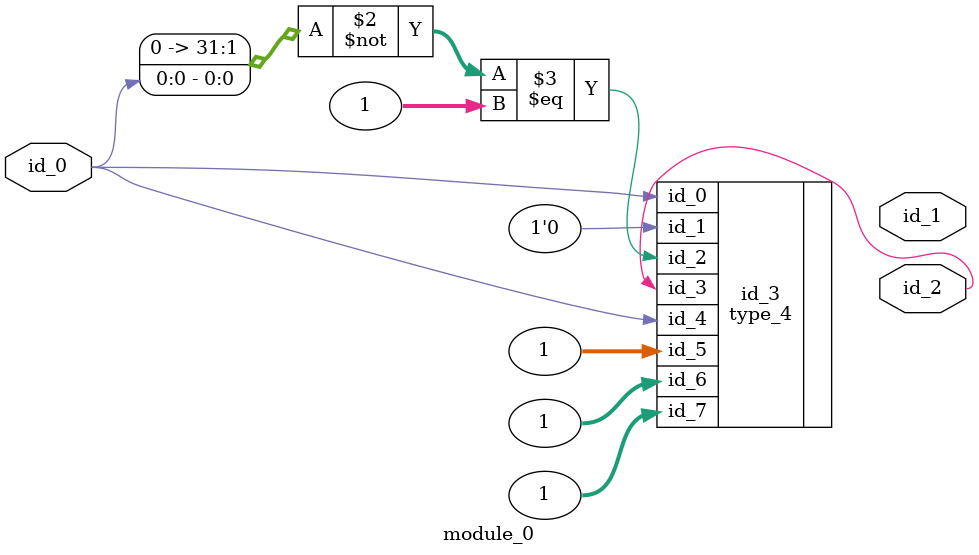
<source format=v>
`define pp_3 0
module module_0 (
    input  id_0,
    output id_1,
    output id_2
);
  type_4 id_3 (
      .id_0(id_0),
      .id_1((1'b0)),
      .id_2(~id_0 == 1),
      .id_3(id_2),
      .id_4(id_0),
      .id_5(1),
      .id_6(1 | 1),
      .id_7((1))
  );
endmodule

</source>
